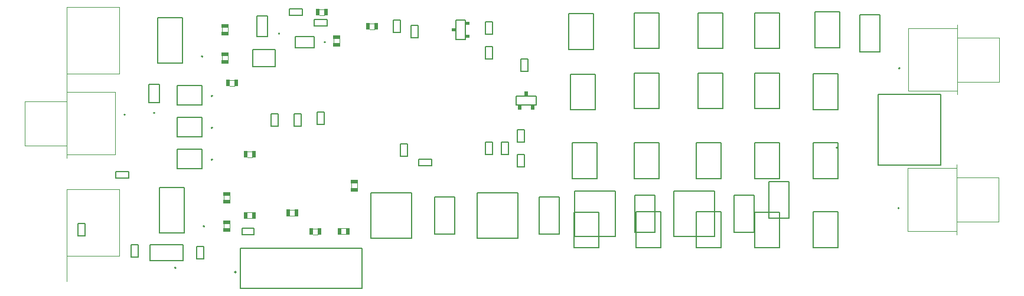
<source format=gbr>
%TF.GenerationSoftware,Altium Limited,Altium Designer,23.4.1 (23)*%
G04 Layer_Color=16711935*
%FSLAX45Y45*%
%MOMM*%
%TF.SameCoordinates,576A2805-CD40-4E5C-B7A3-750DB6231075*%
%TF.FilePolarity,Positive*%
%TF.FileFunction,Other,Mechanical_13*%
%TF.Part,Single*%
G01*
G75*
%TA.AperFunction,NonConductor*%
%ADD51C,0.20000*%
%ADD53C,0.12700*%
%ADD54C,0.15240*%
%ADD93C,0.10160*%
%ADD94C,0.10000*%
G36*
X2264313Y805970D02*
Y855912D01*
X2359410D01*
Y805970D01*
X2264313D01*
D02*
G37*
G36*
X2264387Y922810D02*
Y972861D01*
X2359410D01*
Y922810D01*
X2264387D01*
D02*
G37*
G36*
X2264313Y1212370D02*
Y1262312D01*
X2359410D01*
Y1212370D01*
X2264313D01*
D02*
G37*
G36*
X2607790Y994387D02*
X2557739D01*
Y1089410D01*
X2607790D01*
Y994387D01*
D02*
G37*
G36*
X2724630Y994313D02*
X2674688D01*
Y1089410D01*
X2724630D01*
Y994313D01*
D02*
G37*
G36*
X3216190Y1127013D02*
X3166139D01*
Y1031990D01*
X3216190D01*
Y1127013D01*
D02*
G37*
G36*
X3498370Y859887D02*
X3548312D01*
Y764790D01*
X3498370D01*
Y859887D01*
D02*
G37*
G36*
X3333030Y1127087D02*
X3283088D01*
Y1031990D01*
X3333030D01*
Y1127087D01*
D02*
G37*
G36*
X2723861Y1871990D02*
X2673810D01*
Y1967013D01*
X2723861D01*
Y1871990D01*
D02*
G37*
G36*
X2606912D02*
X2556970D01*
Y1967087D01*
X2606912D01*
Y1871990D01*
D02*
G37*
G36*
X2359410Y1329210D02*
X2264387D01*
Y1379261D01*
X2359410D01*
Y1329210D01*
D02*
G37*
G36*
X2304570Y2993487D02*
X2354512D01*
Y2898390D01*
X2304570D01*
Y2993487D01*
D02*
G37*
G36*
X2421410Y2993413D02*
X2471461D01*
Y2898390D01*
X2421410D01*
Y2993413D01*
D02*
G37*
G36*
X2238913Y3218970D02*
Y3268912D01*
X2334010D01*
Y3218970D01*
X2238913D01*
D02*
G37*
G36*
X2238987Y3335810D02*
Y3385861D01*
X2334010D01*
Y3335810D01*
X2238987D01*
D02*
G37*
G36*
X2238913Y3625370D02*
Y3675312D01*
X2334010D01*
Y3625370D01*
X2238913D01*
D02*
G37*
G36*
X2238987Y3742210D02*
Y3792261D01*
X2334010D01*
Y3742210D01*
X2238987D01*
D02*
G37*
G36*
X3934210Y3464170D02*
X3839113D01*
Y3514112D01*
X3934210D01*
Y3464170D01*
D02*
G37*
G36*
X6626860Y2763520D02*
X6581140D01*
Y2821940D01*
X6626860D01*
Y2763520D01*
D02*
G37*
G36*
X6720840Y2562860D02*
X6675120D01*
Y2621280D01*
X6720840D01*
Y2562860D01*
D02*
G37*
G36*
X6532880D02*
X6487160D01*
Y2621280D01*
X6532880D01*
Y2562860D01*
D02*
G37*
G36*
X4189010Y1500210D02*
X4093987D01*
Y1550261D01*
X4189010D01*
Y1500210D01*
D02*
G37*
G36*
Y1383370D02*
X4093913D01*
Y1433312D01*
X4189010D01*
Y1383370D01*
D02*
G37*
G36*
X3953990Y765787D02*
X3903939D01*
Y860810D01*
X3953990D01*
Y765787D01*
D02*
G37*
G36*
X4070830Y765713D02*
X4020888D01*
Y860810D01*
X4070830D01*
Y765713D01*
D02*
G37*
G36*
X3665261Y764790D02*
X3615210D01*
Y859813D01*
X3665261D01*
Y764790D01*
D02*
G37*
G36*
X3591170Y4009487D02*
X3641112D01*
Y3914390D01*
X3591170D01*
Y4009487D01*
D02*
G37*
G36*
X3708010Y4009413D02*
X3758061D01*
Y3914390D01*
X3708010D01*
Y4009413D01*
D02*
G37*
G36*
X3839187Y3581010D02*
Y3631061D01*
X3934210D01*
Y3581010D01*
X3839187D01*
D02*
G37*
G36*
X4311170Y3806287D02*
X4361112D01*
Y3711190D01*
X4311170D01*
Y3806287D01*
D02*
G37*
G36*
X4428010Y3806213D02*
X4478061D01*
Y3711190D01*
X4428010D01*
Y3806213D01*
D02*
G37*
G36*
X5593080Y3731260D02*
Y3685540D01*
X5534660D01*
Y3731260D01*
X5593080D01*
D02*
G37*
G36*
X5793740Y3637280D02*
Y3591560D01*
X5735320D01*
Y3637280D01*
X5793740D01*
D02*
G37*
G36*
Y3825240D02*
Y3779520D01*
X5735320D01*
Y3825240D01*
X5793740D01*
D02*
G37*
D51*
X11953200Y1146000D02*
G03*
X11953200Y1146000I-10000J0D01*
G01*
X11963400Y3154800D02*
G03*
X11963400Y3154800I-10000J0D01*
G01*
X858200Y2488400D02*
G03*
X858200Y2488400I-10000J0D01*
G01*
X11069000Y2016800D02*
G03*
X11069000Y2016800I-10000J0D01*
G01*
X2108000Y1844200D02*
G03*
X2108000Y1844200I-10000J0D01*
G01*
Y2301400D02*
G03*
X2108000Y2301400I-10000J0D01*
G01*
X1994000Y887600D02*
G03*
X1994000Y887600I-10000J0D01*
G01*
X1968600Y3326000D02*
G03*
X1968600Y3326000I-10000J0D01*
G01*
X1280000Y2514000D02*
G03*
X1280000Y2514000I-10000J0D01*
G01*
X2445200Y228600D02*
G03*
X2445200Y228600I-10000J0D01*
G01*
X1584800Y291000D02*
G03*
X1584800Y291000I-10000J0D01*
G01*
X3727500Y3530600D02*
G03*
X3727500Y3530600I-10000J0D01*
G01*
X3070400Y3654200D02*
G03*
X3070400Y3654200I-10000J0D01*
G01*
X2108000Y2758600D02*
G03*
X2108000Y2758600I-10000J0D01*
G01*
D53*
X9883400Y1573800D02*
X10233400D01*
X9883400Y2083800D02*
X10233400D01*
X9883400Y1573800D02*
Y2083800D01*
X10233400Y1573800D02*
Y2083800D01*
X10082800Y1531800D02*
X10372800D01*
X10082800Y1001800D02*
Y1531800D01*
Y1001800D02*
X10372800D01*
Y1531800D01*
X7292600Y1087800D02*
X7642600D01*
X7292600Y577800D02*
X7642600D01*
Y1087800D01*
X7292600Y577800D02*
Y1087800D01*
X4799800Y3667400D02*
Y3847400D01*
X4699800Y3667400D02*
Y3847400D01*
Y3667400D02*
X4799800D01*
X4699800Y3847400D02*
X4799800D01*
X5053800Y3593000D02*
Y3773000D01*
X4953800Y3593000D02*
Y3773000D01*
Y3593000D02*
X5053800D01*
X4953800Y3773000D02*
X5053800D01*
X6477800Y1738800D02*
Y1918800D01*
X6577800Y1738800D02*
Y1918800D01*
X6477800D02*
X6577800D01*
X6477800Y1738800D02*
X6577800D01*
X6249200Y1916600D02*
Y2096600D01*
X6349200Y1916600D02*
Y2096600D01*
X6249200D02*
X6349200D01*
X6249200Y1916600D02*
X6349200D01*
X6120600D02*
Y2096600D01*
X6020600Y1916600D02*
Y2096600D01*
Y1916600D02*
X6120600D01*
X6020600Y2096600D02*
X6120600D01*
X6477800Y2094400D02*
Y2274400D01*
X6577800Y2094400D02*
Y2274400D01*
X6477800D02*
X6577800D01*
X6477800Y2094400D02*
X6577800D01*
X6528600Y3110400D02*
Y3290400D01*
X6628600Y3110400D02*
Y3290400D01*
X6528600D02*
X6628600D01*
X6528600Y3110400D02*
X6628600D01*
X4901400Y1891200D02*
Y2071200D01*
X4801400Y1891200D02*
Y2071200D01*
X4901400D01*
X4801400Y1891200D02*
X4901400D01*
X6120600Y3643800D02*
Y3823800D01*
X6020600Y3643800D02*
Y3823800D01*
Y3643800D02*
X6120600D01*
X6020600Y3823800D02*
X6120600D01*
X5066200Y1853400D02*
X5246200D01*
X5066200Y1753400D02*
X5246200D01*
X5066200D02*
Y1853400D01*
X5246200Y1753400D02*
Y1853400D01*
X6020600Y3288200D02*
Y3468200D01*
X6120600Y3288200D02*
Y3468200D01*
X6020600D02*
X6120600D01*
X6020600Y3288200D02*
X6120600D01*
X3212000Y3912400D02*
X3392000D01*
X3212000Y4012400D02*
X3392000D01*
X3212000Y3912400D02*
Y4012400D01*
X3392000Y3912400D02*
Y4012400D01*
X3567600Y3860000D02*
X3747600D01*
X3567600Y3760000D02*
X3747600D01*
Y3860000D01*
X3567600Y3760000D02*
Y3860000D01*
X1040600Y443400D02*
Y623400D01*
X940600Y443400D02*
Y623400D01*
Y443400D02*
X1040600D01*
X940600Y623400D02*
X1040600D01*
X1980400Y418000D02*
Y598000D01*
X1880400Y418000D02*
Y598000D01*
Y418000D02*
X1980400D01*
X1880400Y598000D02*
X1980400D01*
X2947200Y2323000D02*
Y2503000D01*
X3047200Y2323000D02*
Y2503000D01*
X2947200D02*
X3047200D01*
X2947200Y2323000D02*
X3047200D01*
X3277400Y2321200D02*
Y2501200D01*
X3377400Y2321200D02*
Y2501200D01*
X3277400D02*
X3377400D01*
X3277400Y2321200D02*
X3377400D01*
X3607600Y2348400D02*
Y2528400D01*
X3707600Y2348400D02*
Y2528400D01*
X3607600D02*
X3707600D01*
X3607600Y2348400D02*
X3707600D01*
X278600Y748200D02*
Y928200D01*
X178600Y748200D02*
Y928200D01*
X278600D01*
X178600Y748200D02*
X278600D01*
X722800Y1575600D02*
X902800D01*
X722800Y1675600D02*
X902800D01*
X722800Y1575600D02*
Y1675600D01*
X902800Y1575600D02*
Y1675600D01*
X4381600Y711400D02*
Y1371400D01*
X4965600Y711400D02*
Y1371400D01*
X4381600Y711400D02*
X4965600D01*
X4381600Y1371400D02*
X4965600D01*
X5905600Y711400D02*
Y1371400D01*
X6489600Y711400D02*
Y1371400D01*
X5905600Y711400D02*
X6489600D01*
X5905600Y1371400D02*
X6489600D01*
X7302600Y736800D02*
Y1396800D01*
X7886600Y736800D02*
Y1396800D01*
X7302600Y736800D02*
X7886600D01*
X7302600Y1396800D02*
X7886600D01*
X8725000Y736800D02*
Y1396800D01*
X9309000Y736800D02*
Y1396800D01*
X8725000Y736800D02*
X9309000D01*
X8725000Y1396800D02*
X9309000D01*
X11646500Y2778800D02*
X12548000D01*
Y1762800D02*
Y2778800D01*
X11646500Y1762800D02*
X12548000D01*
X11646500D02*
Y2778800D01*
X1953000Y1714200D02*
Y1994200D01*
X1603000D02*
X1953000D01*
X1603000Y1714200D02*
Y1994200D01*
Y1714200D02*
X1953000D01*
Y2171400D02*
Y2451400D01*
X1603000D02*
X1953000D01*
X1603000Y2171400D02*
Y2451400D01*
Y2171400D02*
X1953000D01*
X1349000Y792600D02*
Y1442600D01*
X1699000Y792600D02*
Y1442600D01*
X1349000Y792600D02*
X1699000D01*
X1349000Y1442600D02*
X1699000D01*
X1323600Y3231000D02*
Y3881000D01*
X1673600Y3231000D02*
Y3881000D01*
X1323600Y3231000D02*
X1673600D01*
X1323600Y3881000D02*
X1673600D01*
X1192500Y2659000D02*
X1347500D01*
Y2929000D01*
X1192500D02*
X1347500D01*
X1192500Y2659000D02*
Y2929000D01*
X9583200Y801800D02*
Y1331800D01*
X9873200D01*
Y801800D02*
Y1331800D01*
X9583200Y801800D02*
X9873200D01*
X8450800D02*
Y1331800D01*
X8160800Y801800D02*
X8450800D01*
X8160800D02*
Y1331800D01*
X8450800D01*
X6789200Y776400D02*
Y1306400D01*
X7079200D01*
Y776400D02*
Y1306400D01*
X6789200Y776400D02*
X7079200D01*
X5580600D02*
Y1306400D01*
X5290600Y776400D02*
X5580600D01*
X5290600D02*
Y1306400D01*
X5580600D01*
X2510200Y568600D02*
X4250200D01*
X2510200Y-6400D02*
Y568600D01*
Y-6400D02*
X4250200D01*
Y568600D01*
X1214100Y625000D02*
X1681500D01*
X1214100Y391000D02*
Y625000D01*
Y391000D02*
X1681500D01*
Y625000D01*
X2528200Y764800D02*
Y860800D01*
X2704200D01*
Y764800D02*
Y860800D01*
X2528200Y764800D02*
X2704200D01*
X3564000Y3453100D02*
Y3608100D01*
X3294000Y3453100D02*
X3564000D01*
X3294000D02*
Y3608100D01*
X3564000D01*
X3002900Y3177000D02*
Y3427000D01*
X2682900Y3177000D02*
Y3427000D01*
Y3177000D02*
X3002900D01*
X2682900Y3427000D02*
X3002900D01*
X2899400Y3614200D02*
Y3904200D01*
X2739400Y3614200D02*
Y3904200D01*
Y3614200D02*
X2899400D01*
X2739400Y3904200D02*
X2899400D01*
X11386600Y3922600D02*
X11676600D01*
Y3392600D02*
Y3922600D01*
X11386600Y3392600D02*
X11676600D01*
X11386600D02*
Y3922600D01*
X9883400Y581400D02*
Y1091400D01*
X10233400Y581400D02*
Y1091400D01*
X9883400Y581400D02*
X10233400D01*
X9883400Y1091400D02*
X10233400D01*
X10721600Y583200D02*
Y1093200D01*
X11071600Y583200D02*
Y1093200D01*
X10721600Y583200D02*
X11071600D01*
X10721600Y1093200D02*
X11071600D01*
X9045200Y583200D02*
Y1093200D01*
X9395200Y583200D02*
Y1093200D01*
X9045200Y583200D02*
X9395200D01*
X9045200Y1093200D02*
X9395200D01*
X8181600Y583200D02*
Y1093200D01*
X8531600Y583200D02*
Y1093200D01*
X8181600Y583200D02*
X8531600D01*
X8181600Y1093200D02*
X8531600D01*
X11071600Y1573800D02*
Y2083800D01*
X10721600Y1573800D02*
Y2083800D01*
X11071600D01*
X10721600Y1573800D02*
X11071600D01*
X9395200D02*
Y2083800D01*
X9045200Y1573800D02*
Y2083800D01*
X9395200D01*
X9045200Y1573800D02*
X9395200D01*
X8506200D02*
Y2083800D01*
X8156200Y1573800D02*
Y2083800D01*
X8506200D01*
X8156200Y1573800D02*
X8506200D01*
X7617200D02*
Y2083800D01*
X7267200Y1573800D02*
Y2083800D01*
X7617200D01*
X7267200Y1573800D02*
X7617200D01*
X10721600Y2564400D02*
Y3074400D01*
X11071600Y2564400D02*
Y3074400D01*
X10721600Y2564400D02*
X11071600D01*
X10721600Y3074400D02*
X11071600D01*
X9883400Y2574400D02*
Y3084400D01*
X10233400Y2574400D02*
Y3084400D01*
X9883400Y2574400D02*
X10233400D01*
X9883400Y3084400D02*
X10233400D01*
X9070600Y2574400D02*
Y3084400D01*
X9420600Y2574400D02*
Y3084400D01*
X9070600Y2574400D02*
X9420600D01*
X9070600Y3084400D02*
X9420600D01*
X8156200Y2574400D02*
Y3084400D01*
X8506200Y2574400D02*
Y3084400D01*
X8156200Y2574400D02*
X8506200D01*
X8156200Y3084400D02*
X8506200D01*
X7241800Y2559000D02*
Y3069000D01*
X7591800Y2559000D02*
Y3069000D01*
X7241800Y2559000D02*
X7591800D01*
X7241800Y3069000D02*
X7591800D01*
X11097000Y3453400D02*
Y3963400D01*
X10747000Y3453400D02*
Y3963400D01*
X11097000D01*
X10747000Y3453400D02*
X11097000D01*
X10233400Y3443400D02*
Y3953400D01*
X9883400Y3443400D02*
Y3953400D01*
X10233400D01*
X9883400Y3443400D02*
X10233400D01*
X9420600D02*
Y3953400D01*
X9070600Y3443400D02*
Y3953400D01*
X9420600D01*
X9070600Y3443400D02*
X9420600D01*
X8506200D02*
Y3953400D01*
X8156200Y3443400D02*
Y3953400D01*
X8506200D01*
X8156200Y3443400D02*
X8506200D01*
X7566400Y3428000D02*
Y3938000D01*
X7216400Y3428000D02*
Y3938000D01*
X7566400D01*
X7216400Y3428000D02*
X7566400D01*
X1603000Y2628600D02*
X1953000D01*
X1603000D02*
Y2908600D01*
X1953000D01*
Y2628600D02*
Y2908600D01*
D54*
X5598160Y3566160D02*
Y3850640D01*
Y3566160D02*
X5730240D01*
Y3850640D01*
X5598160D02*
X5730240D01*
X6461760Y2758440D02*
X6746240D01*
X6461760Y2626360D02*
Y2758440D01*
Y2626360D02*
X6746240D01*
Y2758440D01*
D93*
X4184200Y1430801D02*
Y1502000D01*
X4099100Y1430801D02*
Y1502000D01*
X3214400Y1036800D02*
X3285600D01*
X3214400Y1121900D02*
X3285600D01*
X2604400Y1876800D02*
X2675600D01*
X2604400Y1961900D02*
X2675600D01*
X4358600Y3716000D02*
X4429800D01*
X4358600Y3801100D02*
X4429800D01*
X3844300Y3511600D02*
Y3582800D01*
X3929400Y3511600D02*
Y3582800D01*
X3952200Y770900D02*
X4023400D01*
X3952200Y856000D02*
X4023400D01*
X3545800Y854700D02*
X3617000D01*
X3545800Y769600D02*
X3617000D01*
X2606000Y999500D02*
X2677200D01*
X2606000Y1084600D02*
X2677200D01*
X2269500Y1259800D02*
Y1331000D01*
X2354600Y1259800D02*
Y1331000D01*
X2352000Y2903200D02*
X2423200D01*
X2352000Y2988300D02*
X2423200D01*
X2329200Y3672800D02*
Y3744000D01*
X2244100Y3672800D02*
Y3744000D01*
X2329200Y3266400D02*
Y3337600D01*
X2244100Y3266400D02*
Y3337600D01*
X2354600Y853400D02*
Y924600D01*
X2269500Y853400D02*
Y924600D01*
X3638600Y3919200D02*
X3709800D01*
X3638600Y4004300D02*
X3709800D01*
D94*
X12076200Y1720000D02*
X12776200D01*
X12076200Y820000D02*
Y1720000D01*
Y820000D02*
X12776200D01*
Y1720000D02*
Y1770000D01*
Y953500D02*
Y1586500D01*
Y770000D02*
Y820000D01*
Y953500D01*
X13376199D01*
Y1586500D01*
X12776200D02*
X13376199D01*
X12776200D02*
Y1720000D01*
X12086400Y3728800D02*
X12786400D01*
X12086400Y2828800D02*
Y3728800D01*
Y2828800D02*
X12786400D01*
Y3728800D02*
Y3778800D01*
Y2962300D02*
Y3595300D01*
Y2778800D02*
Y2828800D01*
Y2962300D01*
X13386400D01*
Y3595300D01*
X12786400D02*
X13386400D01*
X12786400D02*
Y3728800D01*
X15200Y1914400D02*
Y2047900D01*
X-584800D02*
X15200D01*
X-584800D02*
Y2680900D01*
X15200D01*
Y2814400D01*
Y2864400D01*
Y2047900D02*
Y2680900D01*
Y1864400D02*
Y1914400D01*
Y2814400D02*
X715200D01*
Y1914400D02*
Y2814400D01*
X15200Y1914400D02*
X715200D01*
X19400Y99800D02*
Y459800D01*
Y1418800D02*
X772400D01*
X19400Y460800D02*
Y1418800D01*
Y460800D02*
X772400D01*
Y1418800D01*
X19400Y2716000D02*
Y3076000D01*
Y4035000D02*
X772400D01*
X19400Y3077000D02*
Y4035000D01*
Y3077000D02*
X772400D01*
Y4035000D01*
%TF.MD5,665a35627e91da6af747eceaecf1ac74*%
M02*

</source>
